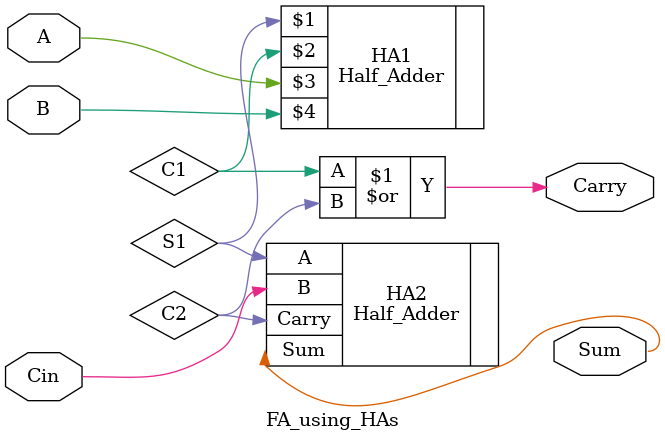
<source format=v>
`timescale 1ns / 1ps


module FA_using_HAs(Sum, Carry, A, B, Cin );

input A, B, Cin;
output Sum, Carry;
wire S1, C1, C2;
//logic 
//instantiation y order
Half_Adder HA1(S1, C1, A, B);

//instantation by name there is no need to remember order in this case.
//All we need to know that inside bracket current file names used while out of bracket we use original names
Half_Adder HA2(.Sum(Sum), .Carry(C2),  .A(S1), .B(Cin));

or or1(Carry, C1, C2);


endmodule

</source>
